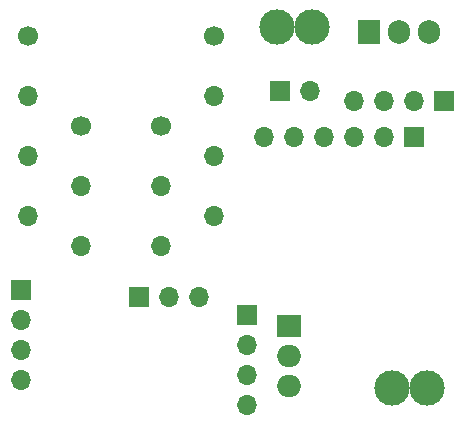
<source format=gbr>
%TF.GenerationSoftware,KiCad,Pcbnew,(7.0.0-0)*%
%TF.CreationDate,2023-06-12T13:32:23+02:00*%
%TF.ProjectId,Monitoring_Board_v01,4d6f6e69-746f-4726-996e-675f426f6172,v01*%
%TF.SameCoordinates,Original*%
%TF.FileFunction,Soldermask,Bot*%
%TF.FilePolarity,Negative*%
%FSLAX46Y46*%
G04 Gerber Fmt 4.6, Leading zero omitted, Abs format (unit mm)*
G04 Created by KiCad (PCBNEW (7.0.0-0)) date 2023-06-12 13:32:23*
%MOMM*%
%LPD*%
G01*
G04 APERTURE LIST*
%ADD10R,1.700000X1.700000*%
%ADD11O,1.700000X1.700000*%
%ADD12R,2.000000X1.905000*%
%ADD13O,2.000000X1.905000*%
%ADD14C,3.000000*%
%ADD15C,1.700000*%
%ADD16R,1.905000X2.000000*%
%ADD17O,1.905000X2.000000*%
G04 APERTURE END LIST*
D10*
%TO.C,J6*%
X143739999Y-50876220D03*
D11*
X146279999Y-50876220D03*
%TD*%
%TO.C,J3*%
X152499282Y-51787220D03*
X149959282Y-51787220D03*
X155039282Y-51787220D03*
D10*
X157579282Y-51787220D03*
%TD*%
D12*
%TO.C,Q1*%
X144501999Y-70764399D03*
D13*
X144501999Y-73304399D03*
X144501999Y-75844399D03*
%TD*%
D14*
%TO.C,J7*%
X143435200Y-45516800D03*
X146435200Y-45516800D03*
%TD*%
D10*
%TO.C,J5*%
X121796570Y-67777199D03*
D11*
X121796570Y-70317199D03*
X121796570Y-72857199D03*
X121796570Y-75397199D03*
%TD*%
%TO.C,U1*%
X138103999Y-61467999D03*
X138103999Y-56387999D03*
X138103999Y-51307999D03*
X122403999Y-61467999D03*
X122403999Y-56387999D03*
X122403999Y-51307999D03*
D15*
X122404000Y-46228000D03*
D11*
X133608599Y-63987999D03*
X126902999Y-58907999D03*
D15*
X133608600Y-53828000D03*
D11*
X133608599Y-58907999D03*
D15*
X126903000Y-53828000D03*
D11*
X126902999Y-63987999D03*
D15*
X138104000Y-46228000D03*
%TD*%
D11*
%TO.C,J2*%
X144879282Y-54797220D03*
X142339282Y-54797220D03*
X149959282Y-54797220D03*
D10*
X155039282Y-54797220D03*
D11*
X152499282Y-54797220D03*
X147419282Y-54797220D03*
%TD*%
D14*
%TO.C,J8*%
X156162000Y-76047600D03*
X153162000Y-76047600D03*
%TD*%
D16*
%TO.C,Q2*%
X151256282Y-45923220D03*
D17*
X153796282Y-45923220D03*
X156336282Y-45923220D03*
%TD*%
D10*
%TO.C,J1*%
X131801999Y-68325999D03*
D11*
X134341999Y-68325999D03*
X136881999Y-68325999D03*
%TD*%
D10*
%TO.C,J4*%
X140928866Y-69849999D03*
D11*
X140928866Y-72389999D03*
X140928866Y-74929999D03*
X140928866Y-77469999D03*
%TD*%
M02*

</source>
